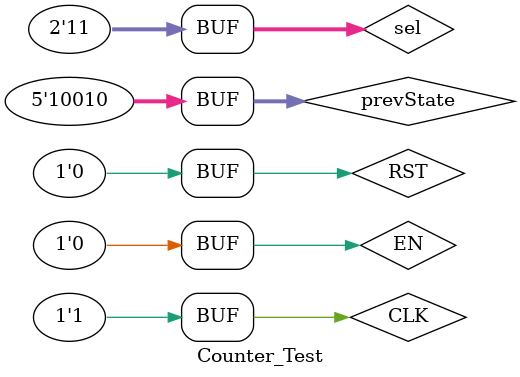
<source format=v>
`timescale 1ns / 1ps


module Counter_Test();
reg CLK, RST, EN;
reg [1:0] sel;
reg [4:0] prevState;
//wire cont;
wire [4:0] numCounter;
Lock_Counter UUT(.CLK(CLK), .sel(sel), .RST(RST), .EN(EN), .prevState(prevState), .numCounter(numCounter));
initial begin
RST = 1'b1;
//INIT = 1'b1;
#20;

RST = 1'b0;
#20;

prevState =  5'b10010;
#20;

EN = 1'b1;
#40;
EN = 1'b0;
#20;

sel = 2'b01;
#40;

RST = 1'b1;
#60;
sel = 1'b0;
RST = 1'b0;
#100;
sel = 1'b1;
#40;

sel = 2'b11;
#80;
//RST = 1'b1;
sel = 1'b0;

#60;
sel = 2'b11;

end

always begin
CLK = 1'b0;
#10;
CLK = 1'b1;
#10;
end

endmodule
</source>
